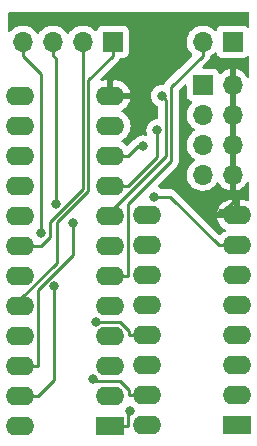
<source format=gtl>
G04 #@! TF.GenerationSoftware,KiCad,Pcbnew,(6.0.5)*
G04 #@! TF.CreationDate,2023-11-13T21:58:41+01:00*
G04 #@! TF.ProjectId,c128-u3-gal,63313238-2d75-4332-9d67-616c2e6b6963,1*
G04 #@! TF.SameCoordinates,Original*
G04 #@! TF.FileFunction,Copper,L1,Top*
G04 #@! TF.FilePolarity,Positive*
%FSLAX46Y46*%
G04 Gerber Fmt 4.6, Leading zero omitted, Abs format (unit mm)*
G04 Created by KiCad (PCBNEW (6.0.5)) date 2023-11-13 21:58:41*
%MOMM*%
%LPD*%
G01*
G04 APERTURE LIST*
G04 #@! TA.AperFunction,ComponentPad*
%ADD10R,1.700000X1.700000*%
G04 #@! TD*
G04 #@! TA.AperFunction,ComponentPad*
%ADD11O,1.700000X1.700000*%
G04 #@! TD*
G04 #@! TA.AperFunction,ComponentPad*
%ADD12R,2.400000X1.600000*%
G04 #@! TD*
G04 #@! TA.AperFunction,ComponentPad*
%ADD13O,2.400000X1.600000*%
G04 #@! TD*
G04 #@! TA.AperFunction,ViaPad*
%ADD14C,0.800000*%
G04 #@! TD*
G04 #@! TA.AperFunction,Conductor*
%ADD15C,0.250000*%
G04 #@! TD*
G04 APERTURE END LIST*
D10*
X150799800Y-70383400D03*
D11*
X148259800Y-70383400D03*
X145719800Y-70383400D03*
X143179800Y-70383400D03*
D12*
X161290000Y-102870000D03*
D13*
X161290000Y-100330000D03*
X161290000Y-97790000D03*
X161290000Y-95250000D03*
X161290000Y-92710000D03*
X161290000Y-90170000D03*
X161290000Y-87630000D03*
X161290000Y-85090000D03*
X153670000Y-85090000D03*
X153670000Y-87630000D03*
X153670000Y-90170000D03*
X153670000Y-92710000D03*
X153670000Y-95250000D03*
X153670000Y-97790000D03*
X153670000Y-100330000D03*
X153670000Y-102870000D03*
D12*
X150571200Y-102920800D03*
D13*
X150571200Y-100380800D03*
X150571200Y-97840800D03*
X150571200Y-95300800D03*
X150571200Y-92760800D03*
X150571200Y-90220800D03*
X150571200Y-87680800D03*
X150571200Y-85140800D03*
X150571200Y-82600800D03*
X150571200Y-80060800D03*
X150571200Y-77520800D03*
X150571200Y-74980800D03*
X142951200Y-74980800D03*
X142951200Y-77520800D03*
X142951200Y-80060800D03*
X142951200Y-82600800D03*
X142951200Y-85140800D03*
X142951200Y-87680800D03*
X142951200Y-90220800D03*
X142951200Y-92760800D03*
X142951200Y-95300800D03*
X142951200Y-97840800D03*
X142951200Y-100380800D03*
X142951200Y-102920800D03*
D10*
X160939400Y-70383400D03*
D11*
X158399400Y-70383400D03*
D10*
X158389400Y-74025600D03*
D11*
X160929400Y-74025600D03*
X158389400Y-76565600D03*
X160929400Y-76565600D03*
X158389400Y-79105600D03*
X160929400Y-79105600D03*
X158389400Y-81645600D03*
X160929400Y-81645600D03*
D14*
X152207300Y-101676300D03*
X154236400Y-83514900D03*
X149380000Y-94109100D03*
X149114200Y-98935100D03*
X154921000Y-74974500D03*
X154535900Y-77862100D03*
X153344100Y-79220100D03*
X145937900Y-84113100D03*
X147426900Y-85775500D03*
X145830300Y-91095900D03*
X144739800Y-86589000D03*
D15*
X150571200Y-102920800D02*
X152098100Y-102920800D01*
X152207300Y-101676300D02*
X152098100Y-101785500D01*
X152098100Y-101785500D02*
X152098100Y-102920800D01*
X161290000Y-87630000D02*
X159763100Y-87630000D01*
X154236400Y-83514900D02*
X155648000Y-83514900D01*
X155648000Y-83514900D02*
X159763100Y-87630000D01*
X161290000Y-85090000D02*
X159763100Y-85090000D01*
X160929400Y-79105600D02*
X160929400Y-81645600D01*
X159763100Y-85090000D02*
X159763100Y-84753000D01*
X159836200Y-84679900D02*
X160166400Y-84679900D01*
X160981700Y-82874800D02*
X160929400Y-82822500D01*
X159763100Y-84753000D02*
X159836200Y-84679900D01*
X160555900Y-84389700D02*
X160981700Y-83963900D01*
X160929400Y-79105600D02*
X160929400Y-76565600D01*
X160456600Y-84389700D02*
X160555900Y-84389700D01*
X160981700Y-83963900D02*
X160981700Y-82874800D01*
X160929400Y-81645600D02*
X160929400Y-82822500D01*
X160166400Y-84679900D02*
X160456600Y-84389700D01*
X152143100Y-94872500D02*
X152143100Y-95250000D01*
X153670000Y-95250000D02*
X152143100Y-95250000D01*
X149380000Y-94109100D02*
X151379700Y-94109100D01*
X151379700Y-94109100D02*
X152143100Y-94872500D01*
X152143100Y-99863000D02*
X152143100Y-100330000D01*
X153670000Y-100330000D02*
X152143100Y-100330000D01*
X149289900Y-99110800D02*
X151390900Y-99110800D01*
X149114200Y-98935100D02*
X149289900Y-99110800D01*
X151390900Y-99110800D02*
X152143100Y-99863000D01*
X155265300Y-75318800D02*
X155265300Y-80108600D01*
X154921000Y-74974500D02*
X155265300Y-75318800D01*
X155265300Y-80108600D02*
X150571200Y-84802700D01*
X150571200Y-84802700D02*
X150571200Y-85140800D01*
X150571200Y-82600800D02*
X152098100Y-82600800D01*
X152098100Y-82600800D02*
X154535900Y-80163000D01*
X154535900Y-80163000D02*
X154535900Y-77862100D01*
X152938800Y-79220100D02*
X153344100Y-79220100D01*
X152098100Y-80060800D02*
X152938800Y-79220100D01*
X150571200Y-80060800D02*
X152098100Y-80060800D01*
X145470000Y-86887600D02*
X144676800Y-87680800D01*
X144676800Y-87680800D02*
X144478100Y-87680800D01*
X142951200Y-87680800D02*
X144478100Y-87680800D01*
X148259800Y-70383400D02*
X148259800Y-82823000D01*
X148259800Y-82823000D02*
X145470000Y-85612800D01*
X145470000Y-85612800D02*
X145470000Y-86887600D01*
X146063000Y-89102700D02*
X142951200Y-92214500D01*
X146063000Y-85659000D02*
X146063000Y-89102700D01*
X148718700Y-73641400D02*
X148718700Y-83003300D01*
X150799800Y-70383400D02*
X150799800Y-71560300D01*
X142951200Y-92214500D02*
X142951200Y-92760800D01*
X148718700Y-83003300D02*
X146063000Y-85659000D01*
X150799800Y-71560300D02*
X148718700Y-73641400D01*
X147426900Y-88458400D02*
X147426900Y-85775500D01*
X144478100Y-97840800D02*
X144478100Y-91407200D01*
X145719800Y-70383400D02*
X145719800Y-71560300D01*
X142951200Y-97840800D02*
X144478100Y-97840800D01*
X144478100Y-91407200D02*
X147426900Y-88458400D01*
X145937900Y-71778400D02*
X145937900Y-84113100D01*
X145719800Y-71560300D02*
X145937900Y-71778400D01*
X144478100Y-100380800D02*
X145830300Y-99028600D01*
X142951200Y-100380800D02*
X144478100Y-100380800D01*
X145830300Y-99028600D02*
X145830300Y-91095900D01*
X144739800Y-73120300D02*
X144739800Y-86589000D01*
X143179800Y-71560300D02*
X144739800Y-73120300D01*
X143179800Y-70383400D02*
X143179800Y-71560300D01*
X152098100Y-90220800D02*
X152098100Y-84140200D01*
X158399400Y-70383400D02*
X158399400Y-71560300D01*
X150571200Y-90220800D02*
X152098100Y-90220800D01*
X152098100Y-84140200D02*
X155717200Y-80521100D01*
X155717200Y-80521100D02*
X155717200Y-74242500D01*
X155717200Y-74242500D02*
X158399400Y-71560300D01*
G04 #@! TA.AperFunction,Conductor*
G36*
X159520668Y-71287992D02*
G01*
X159577430Y-71330638D01*
X159594412Y-71361741D01*
X159638785Y-71480105D01*
X159726139Y-71596661D01*
X159842695Y-71684015D01*
X159979084Y-71735145D01*
X160041266Y-71741900D01*
X161837534Y-71741900D01*
X161899716Y-71735145D01*
X162036105Y-71684015D01*
X162152661Y-71596661D01*
X162154470Y-71599075D01*
X162203517Y-71572292D01*
X162274332Y-71577357D01*
X162331168Y-71619904D01*
X162355979Y-71686424D01*
X162356300Y-71695413D01*
X162356300Y-73304265D01*
X162336298Y-73372386D01*
X162282642Y-73418879D01*
X162212368Y-73428983D01*
X162147788Y-73399489D01*
X162124508Y-73372705D01*
X162011827Y-73198526D01*
X162005536Y-73190357D01*
X161862206Y-73032840D01*
X161854673Y-73025815D01*
X161687539Y-72893822D01*
X161678952Y-72888117D01*
X161492517Y-72785199D01*
X161483105Y-72780969D01*
X161282359Y-72709880D01*
X161272388Y-72707246D01*
X161201237Y-72694572D01*
X161187940Y-72696032D01*
X161183400Y-72710589D01*
X161183400Y-82964117D01*
X161187464Y-82977959D01*
X161200878Y-82979993D01*
X161207584Y-82979134D01*
X161217662Y-82976992D01*
X161421655Y-82915791D01*
X161431242Y-82912033D01*
X161622495Y-82818339D01*
X161631345Y-82813064D01*
X161804728Y-82689392D01*
X161812600Y-82682739D01*
X161963452Y-82532412D01*
X161970130Y-82524565D01*
X162094403Y-82351620D01*
X162099713Y-82342783D01*
X162117343Y-82307112D01*
X162165457Y-82254905D01*
X162234158Y-82236998D01*
X162301634Y-82259077D01*
X162346463Y-82314131D01*
X162356300Y-82362939D01*
X162356300Y-83759702D01*
X162336298Y-83827823D01*
X162282642Y-83874316D01*
X162212368Y-83884420D01*
X162177050Y-83873897D01*
X162144053Y-83858510D01*
X162133761Y-83854764D01*
X161923312Y-83798375D01*
X161912519Y-83796472D01*
X161749830Y-83782238D01*
X161744365Y-83782000D01*
X161562115Y-83782000D01*
X161546876Y-83786475D01*
X161545671Y-83787865D01*
X161544000Y-83795548D01*
X161544000Y-85218000D01*
X161523998Y-85286121D01*
X161470342Y-85332614D01*
X161418000Y-85344000D01*
X159622033Y-85344000D01*
X159608502Y-85347973D01*
X159607273Y-85356522D01*
X159654764Y-85533761D01*
X159658510Y-85544053D01*
X159750586Y-85741511D01*
X159756069Y-85751007D01*
X159881028Y-85929467D01*
X159888084Y-85937875D01*
X160042125Y-86091916D01*
X160050533Y-86098972D01*
X160228993Y-86223931D01*
X160238489Y-86229414D01*
X160273049Y-86245529D01*
X160326334Y-86292446D01*
X160345795Y-86360723D01*
X160325253Y-86428683D01*
X160273049Y-86473919D01*
X160238238Y-86490151D01*
X160238233Y-86490154D01*
X160233251Y-86492477D01*
X160223700Y-86499165D01*
X160050211Y-86620643D01*
X160050208Y-86620645D01*
X160045700Y-86623802D01*
X159938346Y-86731156D01*
X159876038Y-86765179D01*
X159805222Y-86760115D01*
X159760159Y-86731154D01*
X157847508Y-84818503D01*
X159608606Y-84818503D01*
X159608942Y-84832599D01*
X159616884Y-84836000D01*
X161017885Y-84836000D01*
X161033124Y-84831525D01*
X161034329Y-84830135D01*
X161036000Y-84822452D01*
X161036000Y-83800115D01*
X161031525Y-83784876D01*
X161030135Y-83783671D01*
X161022452Y-83782000D01*
X160835635Y-83782000D01*
X160830170Y-83782238D01*
X160667481Y-83796472D01*
X160656688Y-83798375D01*
X160446239Y-83854764D01*
X160435947Y-83858510D01*
X160238489Y-83950586D01*
X160228993Y-83956069D01*
X160050533Y-84081028D01*
X160042125Y-84088084D01*
X159888084Y-84242125D01*
X159881028Y-84250533D01*
X159756069Y-84428993D01*
X159750586Y-84438489D01*
X159658510Y-84635947D01*
X159654764Y-84646239D01*
X159608606Y-84818503D01*
X157847508Y-84818503D01*
X156151652Y-83122647D01*
X156144112Y-83114361D01*
X156140000Y-83107882D01*
X156090348Y-83061256D01*
X156087507Y-83058502D01*
X156067770Y-83038765D01*
X156064573Y-83036285D01*
X156055551Y-83028580D01*
X156023321Y-82998314D01*
X156016375Y-82994495D01*
X156016372Y-82994493D01*
X156005566Y-82988552D01*
X155989047Y-82977701D01*
X155988133Y-82976992D01*
X155973041Y-82965286D01*
X155965772Y-82962141D01*
X155965768Y-82962138D01*
X155932463Y-82947726D01*
X155921813Y-82942509D01*
X155883060Y-82921205D01*
X155863437Y-82916167D01*
X155844734Y-82909763D01*
X155833420Y-82904867D01*
X155833419Y-82904867D01*
X155826145Y-82901719D01*
X155818322Y-82900480D01*
X155818312Y-82900477D01*
X155782476Y-82894801D01*
X155770856Y-82892395D01*
X155735711Y-82883372D01*
X155735710Y-82883372D01*
X155728030Y-82881400D01*
X155707776Y-82881400D01*
X155688065Y-82879849D01*
X155675886Y-82877920D01*
X155668057Y-82876680D01*
X155660165Y-82877426D01*
X155624039Y-82880841D01*
X155612181Y-82881400D01*
X154944600Y-82881400D01*
X154876479Y-82861398D01*
X154857253Y-82845057D01*
X154856980Y-82845360D01*
X154852068Y-82840937D01*
X154847653Y-82836034D01*
X154693152Y-82723782D01*
X154687117Y-82721095D01*
X154665002Y-82711248D01*
X154610907Y-82665268D01*
X154590258Y-82597341D01*
X154609611Y-82529033D01*
X154627157Y-82507047D01*
X156109447Y-81024757D01*
X156117737Y-81017213D01*
X156124218Y-81013100D01*
X156170859Y-80963432D01*
X156173613Y-80960591D01*
X156193334Y-80940870D01*
X156195812Y-80937675D01*
X156203518Y-80928653D01*
X156228358Y-80902201D01*
X156233786Y-80896421D01*
X156243546Y-80878668D01*
X156254399Y-80862145D01*
X156261953Y-80852406D01*
X156266813Y-80846141D01*
X156284376Y-80805557D01*
X156289583Y-80794927D01*
X156310895Y-80756160D01*
X156312866Y-80748483D01*
X156312868Y-80748478D01*
X156315932Y-80736542D01*
X156322338Y-80717830D01*
X156327233Y-80706519D01*
X156330381Y-80699245D01*
X156331621Y-80691417D01*
X156331623Y-80691410D01*
X156337299Y-80655576D01*
X156339705Y-80643956D01*
X156348728Y-80608811D01*
X156348728Y-80608810D01*
X156350700Y-80601130D01*
X156350700Y-80580876D01*
X156352251Y-80561165D01*
X156354180Y-80548986D01*
X156355420Y-80541157D01*
X156351259Y-80497138D01*
X156350700Y-80485281D01*
X156350700Y-74557094D01*
X156370702Y-74488973D01*
X156387605Y-74467999D01*
X156815805Y-74039799D01*
X156878117Y-74005773D01*
X156948932Y-74010838D01*
X157005768Y-74053385D01*
X157030579Y-74119905D01*
X157030900Y-74128894D01*
X157030900Y-74923734D01*
X157037655Y-74985916D01*
X157088785Y-75122305D01*
X157176139Y-75238861D01*
X157292695Y-75326215D01*
X157301104Y-75329367D01*
X157301105Y-75329368D01*
X157409851Y-75370135D01*
X157466616Y-75412776D01*
X157491316Y-75479338D01*
X157476109Y-75548687D01*
X157456716Y-75575168D01*
X157330029Y-75707738D01*
X157204143Y-75892280D01*
X157110088Y-76094905D01*
X157050389Y-76310170D01*
X157026651Y-76532295D01*
X157039510Y-76755315D01*
X157040647Y-76760361D01*
X157040648Y-76760367D01*
X157055800Y-76827600D01*
X157088622Y-76973239D01*
X157172666Y-77180216D01*
X157175365Y-77184620D01*
X157235615Y-77282939D01*
X157289387Y-77370688D01*
X157435650Y-77539538D01*
X157607526Y-77682232D01*
X157677995Y-77723411D01*
X157680845Y-77725076D01*
X157729569Y-77776714D01*
X157742640Y-77846497D01*
X157715909Y-77912269D01*
X157675455Y-77945627D01*
X157663007Y-77952107D01*
X157658874Y-77955210D01*
X157658871Y-77955212D01*
X157521563Y-78058306D01*
X157484365Y-78086235D01*
X157330029Y-78247738D01*
X157327115Y-78252010D01*
X157327114Y-78252011D01*
X157286465Y-78311600D01*
X157204143Y-78432280D01*
X157110088Y-78634905D01*
X157050389Y-78850170D01*
X157026651Y-79072295D01*
X157026948Y-79077448D01*
X157026948Y-79077451D01*
X157032411Y-79172190D01*
X157039510Y-79295315D01*
X157040647Y-79300361D01*
X157040648Y-79300367D01*
X157061675Y-79393669D01*
X157088622Y-79513239D01*
X157172666Y-79720216D01*
X157175365Y-79724620D01*
X157235615Y-79822939D01*
X157289387Y-79910688D01*
X157435650Y-80079538D01*
X157607526Y-80222232D01*
X157677995Y-80263411D01*
X157680845Y-80265076D01*
X157729569Y-80316714D01*
X157742640Y-80386497D01*
X157715909Y-80452269D01*
X157675455Y-80485627D01*
X157663007Y-80492107D01*
X157658874Y-80495210D01*
X157658871Y-80495212D01*
X157492200Y-80620352D01*
X157484365Y-80626235D01*
X157330029Y-80787738D01*
X157327115Y-80792010D01*
X157327114Y-80792011D01*
X157290189Y-80846141D01*
X157204143Y-80972280D01*
X157110088Y-81174905D01*
X157050389Y-81390170D01*
X157026651Y-81612295D01*
X157026948Y-81617448D01*
X157026948Y-81617451D01*
X157032411Y-81712190D01*
X157039510Y-81835315D01*
X157040647Y-81840361D01*
X157040648Y-81840367D01*
X157061675Y-81933669D01*
X157088622Y-82053239D01*
X157172666Y-82260216D01*
X157175365Y-82264620D01*
X157235615Y-82362939D01*
X157289387Y-82450688D01*
X157435650Y-82619538D01*
X157607526Y-82762232D01*
X157800400Y-82874938D01*
X157805225Y-82876780D01*
X157805226Y-82876781D01*
X157815858Y-82880841D01*
X158009092Y-82954630D01*
X158014160Y-82955661D01*
X158014163Y-82955662D01*
X158085335Y-82970142D01*
X158227997Y-82999167D01*
X158233172Y-82999357D01*
X158233174Y-82999357D01*
X158446073Y-83007164D01*
X158446077Y-83007164D01*
X158451237Y-83007353D01*
X158456357Y-83006697D01*
X158456359Y-83006697D01*
X158667688Y-82979625D01*
X158667689Y-82979625D01*
X158672816Y-82978968D01*
X158677766Y-82977483D01*
X158881829Y-82916261D01*
X158881834Y-82916259D01*
X158886784Y-82914774D01*
X159087394Y-82816496D01*
X159269260Y-82686773D01*
X159427496Y-82529089D01*
X159486994Y-82446289D01*
X159557853Y-82347677D01*
X159559040Y-82348530D01*
X159606360Y-82304962D01*
X159676297Y-82292745D01*
X159741738Y-82320278D01*
X159769566Y-82352111D01*
X159827094Y-82445988D01*
X159833177Y-82454299D01*
X159972613Y-82615267D01*
X159979980Y-82622483D01*
X160143834Y-82758516D01*
X160152281Y-82764431D01*
X160336156Y-82871879D01*
X160345442Y-82876329D01*
X160544401Y-82952303D01*
X160554299Y-82955179D01*
X160657650Y-82976206D01*
X160671699Y-82975010D01*
X160675400Y-82964665D01*
X160675400Y-72708702D01*
X160671482Y-72695358D01*
X160657206Y-72693371D01*
X160618724Y-72699260D01*
X160608688Y-72701651D01*
X160406268Y-72767812D01*
X160396759Y-72771809D01*
X160207863Y-72870142D01*
X160199138Y-72875636D01*
X160028833Y-73003505D01*
X160021126Y-73010348D01*
X159943878Y-73091184D01*
X159882354Y-73126614D01*
X159811442Y-73123157D01*
X159753655Y-73081911D01*
X159734802Y-73048363D01*
X159693167Y-72937303D01*
X159690015Y-72928895D01*
X159602661Y-72812339D01*
X159486105Y-72724985D01*
X159349716Y-72673855D01*
X159287534Y-72667100D01*
X158492694Y-72667100D01*
X158424573Y-72647098D01*
X158378080Y-72593442D01*
X158367976Y-72523168D01*
X158397470Y-72458588D01*
X158403599Y-72452005D01*
X158791647Y-72063957D01*
X158799937Y-72056413D01*
X158806418Y-72052300D01*
X158853059Y-72002632D01*
X158855813Y-71999791D01*
X158875535Y-71980069D01*
X158878012Y-71976876D01*
X158885717Y-71967855D01*
X158900923Y-71951662D01*
X158915986Y-71935621D01*
X158919807Y-71928671D01*
X158925746Y-71917868D01*
X158936602Y-71901341D01*
X158944157Y-71891602D01*
X158944158Y-71891600D01*
X158949014Y-71885340D01*
X158966574Y-71844760D01*
X158971791Y-71834112D01*
X158989275Y-71802309D01*
X158989276Y-71802307D01*
X158993095Y-71795360D01*
X158998133Y-71775737D01*
X159004537Y-71757034D01*
X159009433Y-71745720D01*
X159009433Y-71745719D01*
X159012581Y-71738445D01*
X159013820Y-71730622D01*
X159013823Y-71730612D01*
X159019499Y-71694776D01*
X159021905Y-71683156D01*
X159032900Y-71640331D01*
X159034681Y-71640788D01*
X159059061Y-71584877D01*
X159091175Y-71557509D01*
X159092741Y-71556576D01*
X159097394Y-71554296D01*
X159279260Y-71424573D01*
X159387491Y-71316719D01*
X159449862Y-71282804D01*
X159520668Y-71287992D01*
G37*
G04 #@! TD.AperFunction*
G04 #@! TA.AperFunction,Conductor*
G36*
X162298421Y-67914702D02*
G01*
X162344914Y-67968358D01*
X162356300Y-68020700D01*
X162356300Y-69071387D01*
X162336298Y-69139508D01*
X162282642Y-69186001D01*
X162212368Y-69196105D01*
X162153388Y-69169169D01*
X162152661Y-69170139D01*
X162148212Y-69166805D01*
X162036105Y-69082785D01*
X161899716Y-69031655D01*
X161837534Y-69024900D01*
X160041266Y-69024900D01*
X159979084Y-69031655D01*
X159842695Y-69082785D01*
X159726139Y-69170139D01*
X159638785Y-69286695D01*
X159635633Y-69295103D01*
X159594319Y-69405307D01*
X159551677Y-69462071D01*
X159485116Y-69486771D01*
X159415767Y-69471563D01*
X159383143Y-69445876D01*
X159332551Y-69390275D01*
X159332542Y-69390266D01*
X159329070Y-69386451D01*
X159325019Y-69383252D01*
X159325015Y-69383248D01*
X159157814Y-69251200D01*
X159157810Y-69251198D01*
X159153759Y-69247998D01*
X158958189Y-69140038D01*
X158953320Y-69138314D01*
X158953316Y-69138312D01*
X158752487Y-69067195D01*
X158752483Y-69067194D01*
X158747612Y-69065469D01*
X158742519Y-69064562D01*
X158742516Y-69064561D01*
X158532773Y-69027200D01*
X158532767Y-69027199D01*
X158527684Y-69026294D01*
X158453852Y-69025392D01*
X158309481Y-69023628D01*
X158309479Y-69023628D01*
X158304311Y-69023565D01*
X158083491Y-69057355D01*
X157871156Y-69126757D01*
X157840843Y-69142537D01*
X157757350Y-69186001D01*
X157673007Y-69229907D01*
X157668874Y-69233010D01*
X157668871Y-69233012D01*
X157498500Y-69360930D01*
X157494365Y-69364035D01*
X157454925Y-69405307D01*
X157400680Y-69462071D01*
X157340029Y-69525538D01*
X157214143Y-69710080D01*
X157120088Y-69912705D01*
X157060389Y-70127970D01*
X157036651Y-70350095D01*
X157049510Y-70573115D01*
X157050647Y-70578161D01*
X157050648Y-70578167D01*
X157074704Y-70684908D01*
X157098622Y-70791039D01*
X157182666Y-70998016D01*
X157220085Y-71059078D01*
X157296691Y-71184088D01*
X157299387Y-71188488D01*
X157445650Y-71357338D01*
X157449625Y-71360638D01*
X157449628Y-71360641D01*
X157481798Y-71387349D01*
X157521433Y-71446252D01*
X157522931Y-71517233D01*
X157490408Y-71573388D01*
X156396695Y-72667100D01*
X155324947Y-73738848D01*
X155316661Y-73746388D01*
X155310182Y-73750500D01*
X155304757Y-73756277D01*
X155263557Y-73800151D01*
X155260802Y-73802993D01*
X155241065Y-73822730D01*
X155238585Y-73825927D01*
X155230882Y-73834947D01*
X155200614Y-73867179D01*
X155196795Y-73874125D01*
X155196793Y-73874128D01*
X155190852Y-73884934D01*
X155180001Y-73901453D01*
X155167586Y-73917459D01*
X155164441Y-73924728D01*
X155164438Y-73924732D01*
X155150026Y-73958037D01*
X155144803Y-73968698D01*
X155127192Y-74000732D01*
X155076847Y-74050791D01*
X155016487Y-74062738D01*
X155016487Y-74066000D01*
X154825513Y-74066000D01*
X154819061Y-74067372D01*
X154819056Y-74067372D01*
X154741084Y-74083946D01*
X154638712Y-74105706D01*
X154632682Y-74108391D01*
X154632681Y-74108391D01*
X154470278Y-74180697D01*
X154470276Y-74180698D01*
X154464248Y-74183382D01*
X154309747Y-74295634D01*
X154181960Y-74437556D01*
X154086473Y-74602944D01*
X154027458Y-74784572D01*
X154007496Y-74974500D01*
X154008186Y-74981065D01*
X154024735Y-75138516D01*
X154027458Y-75164428D01*
X154086473Y-75346056D01*
X154089776Y-75351778D01*
X154089777Y-75351779D01*
X154104538Y-75377345D01*
X154181960Y-75511444D01*
X154309747Y-75653366D01*
X154464248Y-75765618D01*
X154470276Y-75768302D01*
X154470278Y-75768303D01*
X154557049Y-75806936D01*
X154611145Y-75852917D01*
X154631800Y-75922043D01*
X154631800Y-76827600D01*
X154611798Y-76895721D01*
X154558142Y-76942214D01*
X154505800Y-76953600D01*
X154440413Y-76953600D01*
X154433961Y-76954972D01*
X154433956Y-76954972D01*
X154348019Y-76973239D01*
X154253612Y-76993306D01*
X154247582Y-76995991D01*
X154247581Y-76995991D01*
X154085178Y-77068297D01*
X154085176Y-77068298D01*
X154079148Y-77070982D01*
X153924647Y-77183234D01*
X153920226Y-77188144D01*
X153920225Y-77188145D01*
X153821138Y-77298193D01*
X153796860Y-77325156D01*
X153793559Y-77330874D01*
X153723389Y-77452412D01*
X153701373Y-77490544D01*
X153642358Y-77672172D01*
X153641668Y-77678733D01*
X153641668Y-77678735D01*
X153629455Y-77794938D01*
X153622396Y-77862100D01*
X153623086Y-77868665D01*
X153627672Y-77912294D01*
X153642358Y-78052028D01*
X153644398Y-78058306D01*
X153680559Y-78169598D01*
X153682587Y-78240565D01*
X153645924Y-78301363D01*
X153582212Y-78332689D01*
X153534529Y-78331780D01*
X153446053Y-78312973D01*
X153446040Y-78312972D01*
X153439587Y-78311600D01*
X153248613Y-78311600D01*
X153242161Y-78312972D01*
X153242156Y-78312972D01*
X153155212Y-78331453D01*
X153061812Y-78351306D01*
X153055782Y-78353991D01*
X153055781Y-78353991D01*
X152893378Y-78426297D01*
X152893376Y-78426298D01*
X152887348Y-78428982D01*
X152882007Y-78432862D01*
X152882006Y-78432863D01*
X152842674Y-78461440D01*
X152732847Y-78541234D01*
X152625326Y-78660649D01*
X152623372Y-78662819D01*
X152603799Y-78680444D01*
X152595412Y-78686537D01*
X152585501Y-78693047D01*
X152547437Y-78715558D01*
X152533113Y-78729882D01*
X152518081Y-78742721D01*
X152501693Y-78754628D01*
X152473512Y-78788693D01*
X152465533Y-78797462D01*
X152101039Y-79161956D01*
X152038730Y-79195979D01*
X151967915Y-79190915D01*
X151922852Y-79161954D01*
X151815500Y-79054602D01*
X151810992Y-79051445D01*
X151810989Y-79051443D01*
X151637500Y-78929965D01*
X151627949Y-78923277D01*
X151622967Y-78920954D01*
X151622962Y-78920951D01*
X151588743Y-78904995D01*
X151535458Y-78858078D01*
X151515997Y-78789801D01*
X151536539Y-78721841D01*
X151588743Y-78676605D01*
X151622962Y-78660649D01*
X151622967Y-78660646D01*
X151627949Y-78658323D01*
X151732811Y-78584898D01*
X151810989Y-78530157D01*
X151810992Y-78530155D01*
X151815500Y-78526998D01*
X151977398Y-78365100D01*
X151988018Y-78349934D01*
X152062193Y-78244001D01*
X152108723Y-78177549D01*
X152111046Y-78172567D01*
X152111049Y-78172562D01*
X152203161Y-77975025D01*
X152203161Y-77975024D01*
X152205484Y-77970043D01*
X152209345Y-77955636D01*
X152263319Y-77754202D01*
X152263319Y-77754200D01*
X152264743Y-77748887D01*
X152284698Y-77520800D01*
X152264743Y-77292713D01*
X152246589Y-77224962D01*
X152206907Y-77076867D01*
X152206906Y-77076865D01*
X152205484Y-77071557D01*
X152203161Y-77066575D01*
X152111049Y-76869038D01*
X152111046Y-76869033D01*
X152108723Y-76864051D01*
X151977398Y-76676500D01*
X151815500Y-76514602D01*
X151810992Y-76511445D01*
X151810989Y-76511443D01*
X151637500Y-76389965D01*
X151627949Y-76383277D01*
X151622967Y-76380954D01*
X151622962Y-76380951D01*
X151588151Y-76364719D01*
X151534866Y-76317802D01*
X151515405Y-76249525D01*
X151535947Y-76181565D01*
X151588151Y-76136329D01*
X151622711Y-76120214D01*
X151632207Y-76114731D01*
X151810667Y-75989772D01*
X151819075Y-75982716D01*
X151973116Y-75828675D01*
X151980172Y-75820267D01*
X152105131Y-75641807D01*
X152110614Y-75632311D01*
X152202690Y-75434853D01*
X152206436Y-75424561D01*
X152252594Y-75252297D01*
X152252258Y-75238201D01*
X152244316Y-75234800D01*
X150443200Y-75234800D01*
X150375079Y-75214798D01*
X150328586Y-75161142D01*
X150317200Y-75108800D01*
X150317200Y-74708685D01*
X150825200Y-74708685D01*
X150829675Y-74723924D01*
X150831065Y-74725129D01*
X150838748Y-74726800D01*
X152239167Y-74726800D01*
X152252698Y-74722827D01*
X152253927Y-74714278D01*
X152206436Y-74537039D01*
X152202690Y-74526747D01*
X152110614Y-74329289D01*
X152105131Y-74319793D01*
X151980172Y-74141333D01*
X151973116Y-74132925D01*
X151819075Y-73978884D01*
X151810667Y-73971828D01*
X151632207Y-73846869D01*
X151622711Y-73841386D01*
X151425253Y-73749310D01*
X151414961Y-73745564D01*
X151204512Y-73689175D01*
X151193719Y-73687272D01*
X151031030Y-73673038D01*
X151025565Y-73672800D01*
X150843315Y-73672800D01*
X150828076Y-73677275D01*
X150826871Y-73678665D01*
X150825200Y-73686348D01*
X150825200Y-74708685D01*
X150317200Y-74708685D01*
X150317200Y-73690915D01*
X150312725Y-73675676D01*
X150311335Y-73674471D01*
X150303652Y-73672800D01*
X150116835Y-73672800D01*
X150111370Y-73673038D01*
X149948681Y-73687272D01*
X149937888Y-73689175D01*
X149885227Y-73703285D01*
X149814251Y-73701595D01*
X149755455Y-73661801D01*
X149727507Y-73596536D01*
X149739281Y-73526523D01*
X149763521Y-73492483D01*
X150318702Y-72937303D01*
X151192053Y-72063952D01*
X151200339Y-72056412D01*
X151206818Y-72052300D01*
X151253444Y-72002648D01*
X151256198Y-71999807D01*
X151275935Y-71980070D01*
X151278415Y-71976873D01*
X151286120Y-71967851D01*
X151316386Y-71935621D01*
X151320205Y-71928675D01*
X151320207Y-71928672D01*
X151326148Y-71917866D01*
X151336999Y-71901347D01*
X151337359Y-71900883D01*
X151349414Y-71885341D01*
X151352559Y-71878072D01*
X151352562Y-71878068D01*
X151366974Y-71844763D01*
X151372191Y-71834112D01*
X151386987Y-71807198D01*
X151437332Y-71757141D01*
X151497401Y-71741900D01*
X151697934Y-71741900D01*
X151760116Y-71735145D01*
X151896505Y-71684015D01*
X152013061Y-71596661D01*
X152100415Y-71480105D01*
X152151545Y-71343716D01*
X152158300Y-71281534D01*
X152158300Y-69485266D01*
X152151545Y-69423084D01*
X152100415Y-69286695D01*
X152013061Y-69170139D01*
X151896505Y-69082785D01*
X151760116Y-69031655D01*
X151697934Y-69024900D01*
X149901666Y-69024900D01*
X149839484Y-69031655D01*
X149703095Y-69082785D01*
X149586539Y-69170139D01*
X149499185Y-69286695D01*
X149496033Y-69295103D01*
X149454719Y-69405307D01*
X149412077Y-69462071D01*
X149345516Y-69486771D01*
X149276167Y-69471563D01*
X149243543Y-69445876D01*
X149192951Y-69390275D01*
X149192942Y-69390266D01*
X149189470Y-69386451D01*
X149185419Y-69383252D01*
X149185415Y-69383248D01*
X149018214Y-69251200D01*
X149018210Y-69251198D01*
X149014159Y-69247998D01*
X148818589Y-69140038D01*
X148813720Y-69138314D01*
X148813716Y-69138312D01*
X148612887Y-69067195D01*
X148612883Y-69067194D01*
X148608012Y-69065469D01*
X148602919Y-69064562D01*
X148602916Y-69064561D01*
X148393173Y-69027200D01*
X148393167Y-69027199D01*
X148388084Y-69026294D01*
X148314252Y-69025392D01*
X148169881Y-69023628D01*
X148169879Y-69023628D01*
X148164711Y-69023565D01*
X147943891Y-69057355D01*
X147731556Y-69126757D01*
X147701243Y-69142537D01*
X147617750Y-69186001D01*
X147533407Y-69229907D01*
X147529274Y-69233010D01*
X147529271Y-69233012D01*
X147358900Y-69360930D01*
X147354765Y-69364035D01*
X147315325Y-69405307D01*
X147261080Y-69462071D01*
X147200429Y-69525538D01*
X147093001Y-69683021D01*
X147038093Y-69728021D01*
X146967568Y-69736192D01*
X146903821Y-69704938D01*
X146883124Y-69680454D01*
X146802622Y-69556017D01*
X146802620Y-69556014D01*
X146799814Y-69551677D01*
X146649470Y-69386451D01*
X146645419Y-69383252D01*
X146645415Y-69383248D01*
X146478214Y-69251200D01*
X146478210Y-69251198D01*
X146474159Y-69247998D01*
X146278589Y-69140038D01*
X146273720Y-69138314D01*
X146273716Y-69138312D01*
X146072887Y-69067195D01*
X146072883Y-69067194D01*
X146068012Y-69065469D01*
X146062919Y-69064562D01*
X146062916Y-69064561D01*
X145853173Y-69027200D01*
X145853167Y-69027199D01*
X145848084Y-69026294D01*
X145774252Y-69025392D01*
X145629881Y-69023628D01*
X145629879Y-69023628D01*
X145624711Y-69023565D01*
X145403891Y-69057355D01*
X145191556Y-69126757D01*
X145161243Y-69142537D01*
X145077750Y-69186001D01*
X144993407Y-69229907D01*
X144989274Y-69233010D01*
X144989271Y-69233012D01*
X144818900Y-69360930D01*
X144814765Y-69364035D01*
X144775325Y-69405307D01*
X144721080Y-69462071D01*
X144660429Y-69525538D01*
X144553001Y-69683021D01*
X144498093Y-69728021D01*
X144427568Y-69736192D01*
X144363821Y-69704938D01*
X144343124Y-69680454D01*
X144262622Y-69556017D01*
X144262620Y-69556014D01*
X144259814Y-69551677D01*
X144109470Y-69386451D01*
X144105419Y-69383252D01*
X144105415Y-69383248D01*
X143938214Y-69251200D01*
X143938210Y-69251198D01*
X143934159Y-69247998D01*
X143738589Y-69140038D01*
X143733720Y-69138314D01*
X143733716Y-69138312D01*
X143532887Y-69067195D01*
X143532883Y-69067194D01*
X143528012Y-69065469D01*
X143522919Y-69064562D01*
X143522916Y-69064561D01*
X143313173Y-69027200D01*
X143313167Y-69027199D01*
X143308084Y-69026294D01*
X143234252Y-69025392D01*
X143089881Y-69023628D01*
X143089879Y-69023628D01*
X143084711Y-69023565D01*
X142863891Y-69057355D01*
X142651556Y-69126757D01*
X142621243Y-69142537D01*
X142537750Y-69186001D01*
X142453407Y-69229907D01*
X142449274Y-69233010D01*
X142449271Y-69233012D01*
X142278900Y-69360930D01*
X142274765Y-69364035D01*
X142235325Y-69405307D01*
X142181080Y-69462071D01*
X142120429Y-69525538D01*
X142114985Y-69533518D01*
X142060076Y-69578518D01*
X141989551Y-69586688D01*
X141925804Y-69555433D01*
X141889075Y-69494675D01*
X141884900Y-69462510D01*
X141884900Y-68020700D01*
X141904902Y-67952579D01*
X141958558Y-67906086D01*
X142010900Y-67894700D01*
X162230300Y-67894700D01*
X162298421Y-67914702D01*
G37*
G04 #@! TD.AperFunction*
M02*

</source>
